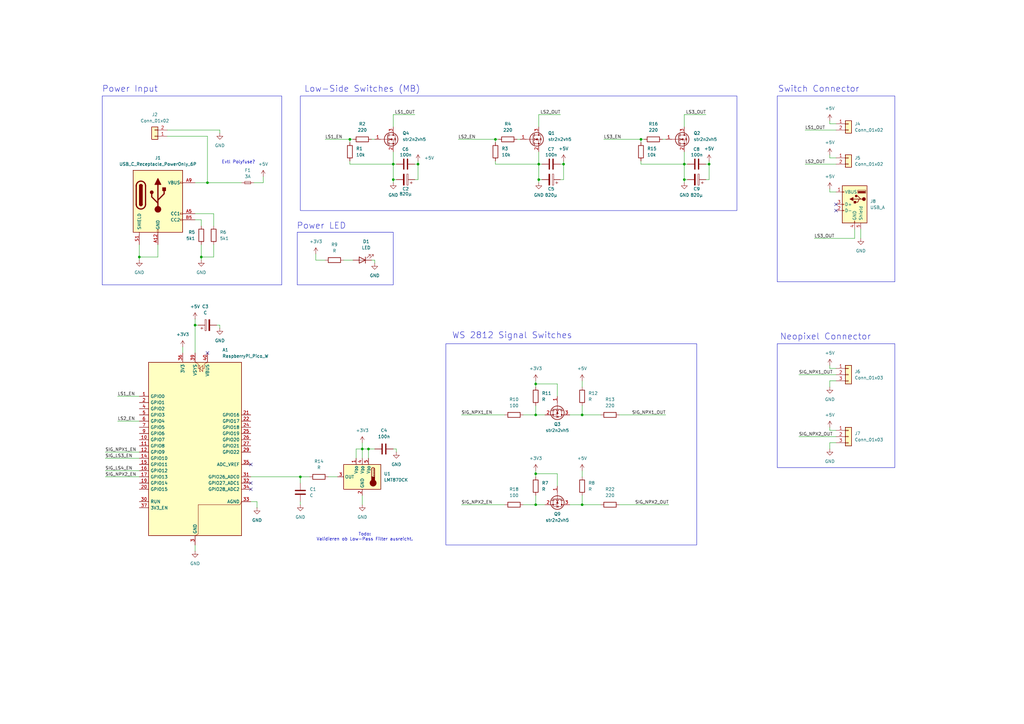
<source format=kicad_sch>
(kicad_sch (version 20250114) (generator "eeschema") (generator_version "9.0")
  (paper "A3")
  (lib_symbols
    (symbol "Connector:USB_A" (pin_names (offset 1.016))
      (property "Reference" "J" (at -5.08 11.43 0))
      (property "Value" "USB_A" (at -5.08 8.89 0))
      (symbol "USB_A_0_1"
        (rectangle (start -5.08 -7.62) (end 5.08 7.62) (stroke (width 0.254)) (fill (type background)))
        (circle (center -3.81 2.159) (radius 0.635) (stroke (width 0.254)) (fill (type outline)))
        (polyline (pts (xy -3.175 2.159) (xy -2.54 2.159) (xy -1.27 3.429) (xy -0.635 3.429)) (stroke (width 0.254)))
        (polyline (pts (xy -2.54 2.159) (xy -1.905 2.159) (xy -1.27 0.889) (xy 0 0.889)) (stroke (width 0.254)))
        (rectangle (start -1.524 4.826) (end -4.318 5.334) (fill (type outline)))
        (rectangle (start -1.27 4.572) (end -4.572 5.842))
        (circle (center -0.635 3.429) (radius 0.381) (stroke (width 0.254)) (fill (type outline)))
        (rectangle (start -0.127 -7.62) (end 0.127 -6.858))
        (rectangle (start 0.254 1.27) (end -0.508 0.508) (stroke (width 0.254)) (fill (type outline)))
        (polyline (pts (xy 0.635 2.794) (xy 0.635 1.524) (xy 1.905 2.159) (xy 0.635 2.794)) (stroke (width 0.254)) (fill (type outline)))
        (rectangle (start 5.08 4.953) (end 4.318 5.207))
        (rectangle (start 5.08 -0.127) (end 4.318 0.127))
        (rectangle (start 5.08 -2.667) (end 4.318 -2.413))
      )
      (symbol "USB_A_1_1"
        (polyline (pts (xy -1.905 2.159) (xy 0.635 2.159)) (stroke (width 0.254)))
        (pin passive line (at -2.54 -10.16 90) (length 2.54) (name "Shield") (number "5"))
        (pin power_in line (at 0 -10.16 90) (length 2.54) (name "GND") (number "4"))
        (pin power_in line (at 7.62 5.08 180) (length 2.54) (name "VBUS") (number "1"))
        (pin bidirectional line (at 7.62 0 180) (length 2.54) (name "D+") (number "3"))
        (pin bidirectional line (at 7.62 -2.54 180) (length 2.54) (name "D-") (number "2"))
      )
    )
    (symbol "Connector:USB_C_Receptacle_PowerOnly_6P" (pin_names (offset 1.016))
      (property "Reference" "J" (at 0 16.51 0))
      (property "Value" "USB_C_Receptacle_PowerOnly_6P" (at 0 13.97 0))
      (symbol "USB_C_Receptacle_PowerOnly_6P_0_0"
        (rectangle (start -0.254 -12.7) (end 0.254 -11.684))
        (rectangle (start 10.16 7.874) (end 9.144 7.366))
        (rectangle (start 10.16 -4.826) (end 9.144 -5.334))
        (rectangle (start 10.16 -7.366) (end 9.144 -7.874))
      )
      (symbol "USB_C_Receptacle_PowerOnly_6P_0_1"
        (rectangle (start -10.16 12.7) (end 10.16 -12.7) (stroke (width 0.254)) (fill (type background)))
        (polyline (pts (xy -8.89 -1.27) (xy -8.89 6.35)) (stroke (width 0.508)))
        (rectangle (start -7.62 -1.27) (end -6.35 6.35) (stroke (width 0.254)) (fill (type outline)))
        (arc (start -7.62 6.35) (mid -6.985 6.9823) (end -6.35 6.35) (stroke (width 0.254)))
        (arc (start -7.62 6.35) (mid -6.985 6.9823) (end -6.35 6.35) (stroke (width 0.254)) (fill (type outline)))
        (arc (start -8.89 6.35) (mid -6.985 8.2467) (end -5.08 6.35) (stroke (width 0.508)))
        (arc (start -5.08 -1.27) (mid -6.985 -3.1667) (end -8.89 -1.27) (stroke (width 0.508)))
        (arc (start -6.35 -1.27) (mid -6.985 -1.9023) (end -7.62 -1.27) (stroke (width 0.254)))
        (arc (start -6.35 -1.27) (mid -6.985 -1.9023) (end -7.62 -1.27) (stroke (width 0.254)) (fill (type outline)))
        (polyline (pts (xy -5.08 6.35) (xy -5.08 -1.27)) (stroke (width 0.508)))
        (circle (center -2.54 3.683) (radius 0.635) (stroke (width 0.254)) (fill (type outline)))
        (polyline (pts (xy -1.27 6.858) (xy 0 9.398) (xy 1.27 6.858) (xy -1.27 6.858)) (stroke (width 0.254)) (fill (type outline)))
        (polyline (pts (xy 0 0.508) (xy 2.54 3.048) (xy 2.54 4.318)) (stroke (width 0.508)))
        (polyline (pts (xy 0 -0.762) (xy -2.54 1.778) (xy -2.54 3.048)) (stroke (width 0.508)))
        (polyline (pts (xy 0 -3.302) (xy 0 6.858)) (stroke (width 0.508)))
        (circle (center 0 -3.302) (radius 1.27) (fill (type outline)))
        (rectangle (start 1.905 4.318) (end 3.175 5.588) (stroke (width 0.254)) (fill (type outline)))
      )
      (symbol "USB_C_Receptacle_PowerOnly_6P_1_1"
        (pin passive line (at -7.62 -17.78 90) (length 5.08) (name "SHIELD") (number "S1"))
        (pin passive line (at 0 -17.78 90) (length 5.08) (name "GND") (number "A12"))
        (pin passive line (at 0 -17.78 90) (length 5.08) (hide yes) (name "GND") (number "B12"))
        (pin passive line (at 15.24 7.62 180) (length 5.08) (name "VBUS") (number "A9"))
        (pin passive line (at 15.24 7.62 180) (length 5.08) (hide yes) (name "VBUS") (number "B9"))
        (pin bidirectional line (at 15.24 -5.08 180) (length 5.08) (name "CC1") (number "A5"))
        (pin bidirectional line (at 15.24 -7.62 180) (length 5.08) (name "CC2") (number "B5"))
      )
    )
    (symbol "Connector_Generic:Conn_01x02" (pin_names (offset 1.016) (hide yes))
      (property "Reference" "J" (at 0 2.54 0))
      (property "Value" "Conn_01x02" (at 0 -5.08 0))
      (symbol "Conn_01x02_1_1"
        (rectangle (start -1.27 1.27) (end 1.27 -3.81) (stroke (width 0.254)) (fill (type background)))
        (rectangle (start -1.27 0.127) (end 0 -0.127) (stroke (width 0.1524)))
        (rectangle (start -1.27 -2.413) (end 0 -2.667) (stroke (width 0.1524)))
        (pin passive line (at -5.08 0 0) (length 3.81) (name "Pin_1") (number "1"))
        (pin passive line (at -5.08 -2.54 0) (length 3.81) (name "Pin_2") (number "2"))
      )
    )
    (symbol "Connector_Generic:Conn_01x03" (pin_names (offset 1.016) (hide yes))
      (property "Reference" "J" (at 0 5.08 0))
      (property "Value" "Conn_01x03" (at 0 -5.08 0))
      (symbol "Conn_01x03_1_1"
        (rectangle (start -1.27 3.81) (end 1.27 -3.81) (stroke (width 0.254)) (fill (type background)))
        (rectangle (start -1.27 2.667) (end 0 2.413) (stroke (width 0.1524)))
        (rectangle (start -1.27 0.127) (end 0 -0.127) (stroke (width 0.1524)))
        (rectangle (start -1.27 -2.413) (end 0 -2.667) (stroke (width 0.1524)))
        (pin passive line (at -5.08 2.54 0) (length 3.81) (name "Pin_1") (number "1"))
        (pin passive line (at -5.08 0 0) (length 3.81) (name "Pin_2") (number "2"))
        (pin passive line (at -5.08 -2.54 0) (length 3.81) (name "Pin_3") (number "3"))
      )
    )
    (symbol "Device:C" (pin_numbers (hide yes)) (pin_names (offset 0.254))
      (property "Reference" "C" (at 0.635 2.54 0))
      (property "Value" "C" (at 0.635 -2.54 0))
      (symbol "C_0_1"
        (polyline (pts (xy -2.032 0.762) (xy 2.032 0.762)) (stroke (width 0.508)))
        (polyline (pts (xy -2.032 -0.762) (xy 2.032 -0.762)) (stroke (width 0.508)))
      )
      (symbol "C_1_1"
        (pin passive line (at 0 3.81 270) (length 2.794) (name "~") (number "1"))
        (pin passive line (at 0 -3.81 90) (length 2.794) (name "~") (number "2"))
      )
    )
    (symbol "Device:C_Polarized" (pin_numbers (hide yes)) (pin_names (offset 0.254))
      (property "Reference" "C" (at 0.635 2.54 0))
      (property "Value" "C_Polarized" (at 0.635 -2.54 0))
      (symbol "C_Polarized_0_1"
        (rectangle (start -2.286 0.508) (end 2.286 1.016))
        (polyline (pts (xy -1.778 2.286) (xy -0.762 2.286)))
        (polyline (pts (xy -1.27 2.794) (xy -1.27 1.778)))
        (rectangle (start 2.286 -0.508) (end -2.286 -1.016) (fill (type outline)))
      )
      (symbol "C_Polarized_1_1"
        (pin passive line (at 0 3.81 270) (length 2.794) (name "~") (number "1"))
        (pin passive line (at 0 -3.81 90) (length 2.794) (name "~") (number "2"))
      )
    )
    (symbol "Device:Fuse_Small" (pin_numbers (hide yes)) (pin_names (offset 0.254) (hide yes))
      (property "Reference" "F" (at 0 -1.524 0))
      (property "Value" "Fuse_Small" (at 0 1.524 0))
      (symbol "Fuse_Small_0_1"
        (rectangle (start -1.27 0.508) (end 1.27 -0.508))
        (polyline (pts (xy -1.27 0) (xy 1.27 0)))
      )
      (symbol "Fuse_Small_1_1"
        (pin passive line (at -2.54 0 0) (length 1.27) (name "~") (number "1"))
        (pin passive line (at 2.54 0 180) (length 1.27) (name "~") (number "2"))
      )
    )
    (symbol "Device:LED" (pin_numbers (hide yes)) (pin_names (offset 1.016) (hide yes))
      (property "Reference" "D" (at 0 2.54 0))
      (property "Value" "LED" (at 0 -2.54 0))
      (symbol "LED_0_1"
        (polyline (pts (xy -3.048 -0.762) (xy -4.572 -2.286) (xy -3.81 -2.286) (xy -4.572 -2.286) (xy -4.572 -1.524)))
        (polyline (pts (xy -1.778 -0.762) (xy -3.302 -2.286) (xy -2.54 -2.286) (xy -3.302 -2.286) (xy -3.302 -1.524)))
        (polyline (pts (xy -1.27 0) (xy 1.27 0)))
        (polyline (pts (xy -1.27 -1.27) (xy -1.27 1.27)) (stroke (width 0.254)))
        (polyline (pts (xy 1.27 -1.27) (xy 1.27 1.27) (xy -1.27 0) (xy 1.27 -1.27)) (stroke (width 0.254)))
      )
      (symbol "LED_1_1"
        (pin passive line (at -3.81 0 0) (length 2.54) (name "K") (number "1"))
        (pin passive line (at 3.81 0 180) (length 2.54) (name "A") (number "2"))
      )
    )
    (symbol "Device:R" (pin_numbers (hide yes)) (pin_names (offset 0))
      (property "Reference" "R" (at 2.032 0 90))
      (property "Value" "R" (at 0 0 90))
      (symbol "R_0_1"
        (rectangle (start -1.016 -2.54) (end 1.016 2.54) (stroke (width 0.254)))
      )
      (symbol "R_1_1"
        (pin passive line (at 0 3.81 270) (length 1.27) (name "~") (number "1"))
        (pin passive line (at 0 -3.81 90) (length 1.27) (name "~") (number "2"))
      )
    )
    (symbol "MCU_Module_RaspberryPi_Pico:RaspberryPi_Pico_W" (pin_names (offset 0.762))
      (property "Reference" "A" (at -19.05 38.1 0))
      (property "Value" "RaspberryPi_Pico_W" (at 7.62 38.1 0))
      (symbol "RaspberryPi_Pico_W_0_1"
        (rectangle (start -19.05 36.83) (end 19.05 -34.29) (stroke (width 0.254)) (fill (type background)))
        (polyline (pts (xy 0 36.83) (xy 1.27 36.195) (xy 1.27 34.29) (xy 1.905 34.29)))
        (polyline (pts (xy 0 -34.29) (xy 1.27 -33.655) (xy 1.27 -21.59) (xy 18.415 -21.59) (xy 19.05 -20.32)))
        (polyline (pts (xy 1.651 35.306) (xy 1.651 35.56) (xy 1.905 35.56) (xy 1.905 33.02) (xy 2.159 33.02) (xy 2.159 33.274)))
        (polyline (pts (xy 1.905 34.29) (xy 3.175 35.56) (xy 3.175 33.02) (xy 1.905 34.29)))
        (polyline (pts (xy 5.08 36.83) (xy 3.81 36.195) (xy 3.81 34.29) (xy 3.175 34.29)))
      )
      (symbol "RaspberryPi_Pico_W_1_1"
        (pin bidirectional line (at -22.86 22.86 0) (length 3.81) (name "GPIO0") (number "1"))
        (pin bidirectional line (at -22.86 20.32 0) (length 3.81) (name "GPIO1") (number "2"))
        (pin bidirectional line (at -22.86 17.78 0) (length 3.81) (name "GPIO2") (number "4"))
        (pin bidirectional line (at -22.86 15.24 0) (length 3.81) (name "GPIO3") (number "5"))
        (pin bidirectional line (at -22.86 12.7 0) (length 3.81) (name "GPIO4") (number "6"))
        (pin bidirectional line (at -22.86 10.16 0) (length 3.81) (name "GPIO5") (number "7"))
        (pin bidirectional line (at -22.86 7.62 0) (length 3.81) (name "GPIO6") (number "9"))
        (pin bidirectional line (at -22.86 5.08 0) (length 3.81) (name "GPIO7") (number "10"))
        (pin bidirectional line (at -22.86 2.54 0) (length 3.81) (name "GPIO8") (number "11"))
        (pin bidirectional line (at -22.86 0 0) (length 3.81) (name "GPIO9") (number "12"))
        (pin bidirectional line (at -22.86 -2.54 0) (length 3.81) (name "GPIO10") (number "14"))
        (pin bidirectional line (at -22.86 -5.08 0) (length 3.81) (name "GPIO11") (number "15"))
        (pin bidirectional line (at -22.86 -7.62 0) (length 3.81) (name "GPIO12") (number "16"))
        (pin bidirectional line (at -22.86 -10.16 0) (length 3.81) (name "GPIO13") (number "17"))
        (pin bidirectional line (at -22.86 -12.7 0) (length 3.81) (name "GPIO14") (number "19"))
        (pin bidirectional line (at -22.86 -15.24 0) (length 3.81) (name "GPIO15") (number "20"))
        (pin input line (at -22.86 -20.32 0) (length 3.81) (name "RUN") (number "30"))
        (pin input line (at -22.86 -22.86 0) (length 3.81) (name "3V3_EN") (number "37"))
        (pin power_out line (at -5.08 40.64 270) (length 3.81) (name "3V3") (number "36"))
        (pin power_in line (at 0 40.64 270) (length 3.81) (name "VSYS") (number "39"))
        (pin passive line (at 0 -38.1 90) (length 3.81) (hide yes) (name "GND") (number "13"))
        (pin passive line (at 0 -38.1 90) (length 3.81) (hide yes) (name "GND") (number "18"))
        (pin passive line (at 0 -38.1 90) (length 3.81) (hide yes) (name "GND") (number "23"))
        (pin passive line (at 0 -38.1 90) (length 3.81) (hide yes) (name "GND") (number "28"))
        (pin power_out line (at 0 -38.1 90) (length 3.81) (name "GND") (number "3"))
        (pin passive line (at 0 -38.1 90) (length 3.81) (hide yes) (name "GND") (number "38"))
        (pin passive line (at 0 -38.1 90) (length 3.81) (hide yes) (name "GND") (number "8"))
        (pin power_out line (at 5.08 40.64 270) (length 3.81) (name "VBUS") (number "40"))
        (pin bidirectional line (at 22.86 15.24 180) (length 3.81) (name "GPIO16") (number "21"))
        (pin bidirectional line (at 22.86 12.7 180) (length 3.81) (name "GPIO17") (number "22"))
        (pin bidirectional line (at 22.86 10.16 180) (length 3.81) (name "GPIO18") (number "24"))
        (pin bidirectional line (at 22.86 7.62 180) (length 3.81) (name "GPIO19") (number "25"))
        (pin bidirectional line (at 22.86 5.08 180) (length 3.81) (name "GPIO20") (number "26"))
        (pin bidirectional line (at 22.86 2.54 180) (length 3.81) (name "GPIO21") (number "27"))
        (pin bidirectional line (at 22.86 0 180) (length 3.81) (name "GPIO22") (number "29"))
        (pin power_in line (at 22.86 -5.08 180) (length 3.81) (name "ADC_VREF") (number "35"))
        (pin bidirectional line (at 22.86 -10.16 180) (length 3.81) (name "GPIO26_ADC0") (number "31"))
        (pin bidirectional line (at 22.86 -12.7 180) (length 3.81) (name "GPIO27_ADC1") (number "32"))
        (pin bidirectional line (at 22.86 -15.24 180) (length 3.81) (name "GPIO28_ADC2") (number "34"))
        (pin power_out line (at 22.86 -20.32 180) (length 3.81) (name "AGND") (number "33"))
      )
    )
    (symbol "Sensor_Temperature:LMT87DCK"
      (property "Reference" "U" (at -6.35 6.35 0))
      (property "Value" "LMT87DCK" (at 5.08 6.35 0))
      (symbol "LMT87DCK_0_1"
        (rectangle (start -7.62 5.08) (end 7.62 -5.08) (stroke (width 0.254)) (fill (type background)))
        (polyline (pts (xy -5.08 3.175) (xy -5.08 0)) (stroke (width 0.254)))
        (polyline (pts (xy -5.08 3.175) (xy -4.445 3.175)) (stroke (width 0.254)))
        (polyline (pts (xy -5.08 2.54) (xy -4.445 2.54)) (stroke (width 0.254)))
        (polyline (pts (xy -5.08 1.905) (xy -4.445 1.905)) (stroke (width 0.254)))
        (polyline (pts (xy -5.08 1.27) (xy -4.445 1.27)) (stroke (width 0.254)))
        (polyline (pts (xy -5.08 0.635) (xy -4.445 0.635)) (stroke (width 0.254)))
        (arc (start -5.08 3.175) (mid -4.445 3.8073) (end -3.81 3.175) (stroke (width 0.254)))
        (circle (center -4.445 -2.54) (radius 1.27) (stroke (width 0.254)) (fill (type outline)))
        (polyline (pts (xy -3.81 3.175) (xy -3.81 0)) (stroke (width 0.254)))
        (rectangle (start -3.81 -1.905) (end -5.08 0) (stroke (width 0.254)) (fill (type outline)))
      )
      (symbol "LMT87DCK_1_1"
        (pin power_in line (at -2.54 7.62 270) (length 2.54) (name "V_{DD}") (number "5"))
        (pin power_in line (at 0 7.62 270) (length 2.54) (name "V_{DD}") (number "4"))
        (pin power_in line (at 0 -7.62 90) (length 2.54) (name "GND") (number "2"))
        (pin power_in line (at 2.54 7.62 270) (length 2.54) (name "V_{DD}") (number "1"))
        (pin output line (at 10.16 0 180) (length 2.54) (name "OUT") (number "3"))
      )
    )
    (symbol "Transistor_FET:Q_NMOS_GSD" (pin_names (offset 0) (hide yes))
      (property "Reference" "Q" (at 5.08 1.905 0))
      (property "Value" "Q_NMOS_GSD" (at 5.08 0 0))
      (symbol "Q_NMOS_GSD_0_1"
        (polyline (pts (xy 0.254 1.905) (xy 0.254 -1.905)) (stroke (width 0.254)))
        (polyline (pts (xy 0.254 0) (xy -2.54 0)))
        (polyline (pts (xy 0.762 2.286) (xy 0.762 1.27)) (stroke (width 0.254)))
        (polyline (pts (xy 0.762 0.508) (xy 0.762 -0.508)) (stroke (width 0.254)))
        (polyline (pts (xy 0.762 -1.27) (xy 0.762 -2.286)) (stroke (width 0.254)))
        (polyline (pts (xy 0.762 -1.778) (xy 3.302 -1.778) (xy 3.302 1.778) (xy 0.762 1.778)))
        (polyline (pts (xy 1.016 0) (xy 2.032 0.381) (xy 2.032 -0.381) (xy 1.016 0)) (fill (type outline)))
        (circle (center 1.651 0) (radius 2.794) (stroke (width 0.254)))
        (polyline (pts (xy 2.54 2.54) (xy 2.54 1.778)))
        (circle (center 2.54 1.778) (radius 0.254) (fill (type outline)))
        (circle (center 2.54 -1.778) (radius 0.254) (fill (type outline)))
        (polyline (pts (xy 2.54 -2.54) (xy 2.54 0) (xy 0.762 0)))
        (polyline (pts (xy 2.921 0.381) (xy 3.683 0.381)))
        (polyline (pts (xy 3.302 0.381) (xy 2.921 -0.254) (xy 3.683 -0.254) (xy 3.302 0.381)))
      )
      (symbol "Q_NMOS_GSD_1_1"
        (pin input line (at -5.08 0 0) (length 2.54) (name "G") (number "1"))
        (pin passive line (at 2.54 5.08 270) (length 2.54) (name "D") (number "3"))
        (pin passive line (at 2.54 -5.08 90) (length 2.54) (name "S") (number "2"))
      )
    )
    (symbol "power:+3V3" (power) (pin_numbers (hide yes)) (pin_names (offset 0) (hide yes))
      (property "Value" "+3V3" (at 0 3.556 0))
      (symbol "+3V3_0_1"
        (polyline (pts (xy -0.762 1.27) (xy 0 2.54)))
        (polyline (pts (xy 0 2.54) (xy 0.762 1.27)))
        (polyline (pts (xy 0 0) (xy 0 2.54)))
      )
      (symbol "+3V3_1_1"
        (pin power_in line (at 0 0 90) (length 0) (name "~") (number "1"))
      )
    )
    (symbol "power:+5V" (power) (pin_numbers (hide yes)) (pin_names (offset 0) (hide yes))
      (property "Value" "+5V" (at 0 3.556 0))
      (symbol "+5V_0_1"
        (polyline (pts (xy -0.762 1.27) (xy 0 2.54)))
        (polyline (pts (xy 0 2.54) (xy 0.762 1.27)))
        (polyline (pts (xy 0 0) (xy 0 2.54)))
      )
      (symbol "+5V_1_1"
        (pin power_in line (at 0 0 90) (length 0) (name "~") (number "1"))
      )
    )
    (symbol "power:GND" (power) (pin_numbers (hide yes)) (pin_names (offset 0) (hide yes))
      (property "Value" "GND" (at 0 -3.81 0))
      (symbol "GND_0_1"
        (polyline (pts (xy 0 0) (xy 0 -1.27) (xy 1.27 -1.27) (xy 0 -2.54) (xy -1.27 -1.27) (xy 0 -1.27)))
      )
      (symbol "GND_1_1"
        (pin power_in line (at 0 0 270) (length 0) (name "~") (number "1"))
      )
    )
  )
  (rectangle (start 121.92 95.25) (end 161.29 116.84))
  (rectangle (start 318.77 140.97) (end 367.03 191.77))
  (rectangle (start 182.88 140.97) (end 285.75 223.52))
  (rectangle (start 318.77 39.37) (end 367.03 115.57))
  (rectangle (start 123.19 39.37) (end 302.26 86.36))
  (rectangle (start 41.91 39.37) (end 115.57 116.84))
  (text "Switch Connector" (at 335.788 36.576 0) (effects (font (size 2.54 2.54))))
  (text "Low-Side Switches (MB)" (at 148.59 36.576 0) (effects (font (size 2.54 2.54))))
  (text "Power LED" (at 131.826 92.71 0) (effects (font (size 2.54 2.54))))
  (text "Neopixel Connector" (at 338.582 138.176 0) (effects (font (size 2.54 2.54))))
  (text "Todo:\nValidieren ob Low-Pass Filter ausreicht." (at 149.606 220.218 0) (effects (font (size 1.27 1.27))))
  (text "WS 2812 Signal Switches" (at 210.058 137.668 0) (effects (font (size 2.54 2.54))))
  (text "Evtl Polyfuse?" (at 97.79 66.548 0) (effects (font (size 1.27 1.27))))
  (text "Power Input" (at 53.34 36.576 0) (effects (font (size 2.54 2.54))))
  (junction (at 219.71 194.31))
  (junction (at 280.67 73.66))
  (junction (at 80.01 133.35))
  (junction (at 280.67 67.31))
  (junction (at 151.13 184.15))
  (junction (at 171.45 67.31))
  (junction (at 238.76 170.18))
  (junction (at 148.59 184.15))
  (junction (at 85.09 74.93))
  (junction (at 203.2 57.15))
  (junction (at 219.71 207.01))
  (junction (at 231.14 67.31))
  (junction (at 262.89 57.15))
  (junction (at 161.29 67.31))
  (junction (at 219.71 157.48))
  (junction (at 238.76 207.01))
  (junction (at 220.98 67.31))
  (junction (at 143.51 57.15))
  (junction (at 123.19 195.58))
  (junction (at 219.71 170.18))
  (junction (at 161.29 73.66))
  (junction (at 82.55 105.41))
  (junction (at 290.83 67.31))
  (junction (at 220.98 73.66))
  (junction (at 57.15 105.41))
  (no_connect (at 342.9 83.82))
  (no_connect (at 342.9 86.36))
  (no_connect (at 85.09 144.78))
  (no_connect (at 102.87 190.5))
  (no_connect (at 102.87 200.66))
  (no_connect (at 102.87 198.12))
  (wire (pts (xy 43.18 195.58) (xy 57.15 195.58)))
  (wire (pts (xy 104.14 74.93) (xy 107.95 74.93)))
  (wire (pts (xy 148.59 203.2) (xy 148.59 207.01)))
  (wire (pts (xy 229.87 67.31) (xy 231.14 67.31)))
  (wire (pts (xy 340.36 176.53) (xy 342.9 176.53)))
  (wire (pts (xy 170.18 73.66) (xy 171.45 73.66)))
  (wire (pts (xy 228.6 162.56) (xy 228.6 157.48)))
  (wire (pts (xy 340.36 78.74) (xy 342.9 78.74)))
  (wire (pts (xy 228.6 157.48) (xy 219.71 157.48)))
  (wire (pts (xy 80.01 133.35) (xy 80.01 144.78)))
  (wire (pts (xy 203.2 57.15) (xy 203.2 58.42)))
  (wire (pts (xy 143.51 57.15) (xy 143.51 58.42)))
  (wire (pts (xy 161.29 73.66) (xy 161.29 74.93)))
  (wire (pts (xy 43.18 187.96) (xy 57.15 187.96)))
  (wire (pts (xy 290.83 66.04) (xy 290.83 67.31)))
  (wire (pts (xy 289.56 46.99) (xy 280.67 46.99)))
  (wire (pts (xy 340.36 156.21) (xy 340.36 158.75)))
  (wire (pts (xy 189.23 207.01) (xy 207.01 207.01)))
  (wire (pts (xy 129.54 104.14) (xy 129.54 106.68)))
  (wire (pts (xy 280.67 46.99) (xy 280.67 52.07)))
  (wire (pts (xy 146.05 184.15) (xy 146.05 187.96)))
  (wire (pts (xy 43.18 185.42) (xy 57.15 185.42)))
  (wire (pts (xy 80.01 226.06) (xy 80.01 223.52)))
  (wire (pts (xy 43.18 193.04) (xy 57.15 193.04)))
  (wire (pts (xy 334.01 97.79) (xy 350.52 97.79)))
  (wire (pts (xy 87.63 92.71) (xy 87.63 87.63)))
  (wire (pts (xy 57.15 106.68) (xy 57.15 105.41)))
  (wire (pts (xy 231.14 66.04) (xy 231.14 67.31)))
  (wire (pts (xy 220.98 62.23) (xy 220.98 67.31)))
  (wire (pts (xy 340.36 181.61) (xy 342.9 181.61)))
  (wire (pts (xy 238.76 207.01) (xy 246.38 207.01)))
  (wire (pts (xy 219.71 194.31) (xy 219.71 195.58)))
  (wire (pts (xy 161.29 62.23) (xy 161.29 67.31)))
  (wire (pts (xy 340.36 50.8) (xy 342.9 50.8)))
  (wire (pts (xy 123.19 195.58) (xy 123.19 198.12)))
  (wire (pts (xy 231.14 67.31) (xy 231.14 73.66)))
  (wire (pts (xy 102.87 205.74) (xy 105.41 205.74)))
  (wire (pts (xy 280.67 67.31) (xy 281.94 67.31)))
  (wire (pts (xy 152.4 57.15) (xy 153.67 57.15)))
  (wire (pts (xy 105.41 205.74) (xy 105.41 208.28)))
  (wire (pts (xy 330.2 67.31) (xy 342.9 67.31)))
  (wire (pts (xy 340.36 149.86) (xy 340.36 151.13)))
  (wire (pts (xy 220.98 46.99) (xy 220.98 52.07)))
  (wire (pts (xy 90.17 133.35) (xy 90.17 134.62)))
  (wire (pts (xy 48.26 162.56) (xy 57.15 162.56)))
  (wire (pts (xy 219.71 193.04) (xy 219.71 194.31)))
  (wire (pts (xy 90.17 53.34) (xy 90.17 54.61)))
  (wire (pts (xy 57.15 105.41) (xy 57.15 100.33)))
  (wire (pts (xy 161.29 73.66) (xy 162.56 73.66)))
  (wire (pts (xy 340.36 77.47) (xy 340.36 78.74)))
  (wire (pts (xy 203.2 57.15) (xy 204.47 57.15)))
  (wire (pts (xy 87.63 87.63) (xy 80.01 87.63)))
  (wire (pts (xy 220.98 67.31) (xy 220.98 73.66)))
  (wire (pts (xy 143.51 66.04) (xy 143.51 67.31)))
  (wire (pts (xy 189.23 170.18) (xy 207.01 170.18)))
  (wire (pts (xy 64.77 100.33) (xy 64.77 105.41)))
  (wire (pts (xy 162.56 185.42) (xy 162.56 184.15)))
  (wire (pts (xy 340.36 156.21) (xy 342.9 156.21)))
  (wire (pts (xy 143.51 67.31) (xy 161.29 67.31)))
  (wire (pts (xy 203.2 67.31) (xy 203.2 66.04)))
  (wire (pts (xy 229.87 46.99) (xy 220.98 46.99)))
  (wire (pts (xy 238.76 203.2) (xy 238.76 207.01)))
  (wire (pts (xy 214.63 170.18) (xy 219.71 170.18)))
  (wire (pts (xy 171.45 67.31) (xy 171.45 66.04)))
  (wire (pts (xy 148.59 184.15) (xy 148.59 187.96)))
  (wire (pts (xy 219.71 166.37) (xy 219.71 170.18)))
  (wire (pts (xy 340.36 64.77) (xy 342.9 64.77)))
  (wire (pts (xy 148.59 181.61) (xy 148.59 184.15)))
  (wire (pts (xy 68.58 55.88) (xy 85.09 55.88)))
  (wire (pts (xy 254 207.01) (xy 274.32 207.01)))
  (wire (pts (xy 161.29 46.99) (xy 161.29 52.07)))
  (wire (pts (xy 82.55 100.33) (xy 82.55 105.41)))
  (wire (pts (xy 148.59 184.15) (xy 151.13 184.15)))
  (wire (pts (xy 140.97 106.68) (xy 144.78 106.68)))
  (wire (pts (xy 262.89 57.15) (xy 262.89 58.42)))
  (wire (pts (xy 327.66 153.67) (xy 342.9 153.67)))
  (wire (pts (xy 102.87 195.58) (xy 123.19 195.58)))
  (wire (pts (xy 231.14 73.66) (xy 229.87 73.66)))
  (wire (pts (xy 212.09 57.15) (xy 213.36 57.15)))
  (wire (pts (xy 219.71 170.18) (xy 223.52 170.18)))
  (wire (pts (xy 151.13 184.15) (xy 153.67 184.15)))
  (wire (pts (xy 68.58 53.34) (xy 90.17 53.34)))
  (wire (pts (xy 254 170.18) (xy 273.05 170.18)))
  (wire (pts (xy 271.78 57.15) (xy 273.05 57.15)))
  (wire (pts (xy 219.71 156.21) (xy 219.71 157.48)))
  (wire (pts (xy 127 195.58) (xy 123.19 195.58)))
  (wire (pts (xy 340.36 49.53) (xy 340.36 50.8)))
  (wire (pts (xy 262.89 67.31) (xy 262.89 66.04)))
  (wire (pts (xy 228.6 194.31) (xy 219.71 194.31)))
  (wire (pts (xy 48.26 172.72) (xy 57.15 172.72)))
  (wire (pts (xy 280.67 73.66) (xy 280.67 74.93)))
  (wire (pts (xy 187.96 57.15) (xy 203.2 57.15)))
  (wire (pts (xy 340.36 175.26) (xy 340.36 176.53)))
  (wire (pts (xy 152.4 106.68) (xy 153.67 106.68)))
  (wire (pts (xy 233.68 207.01) (xy 238.76 207.01)))
  (wire (pts (xy 219.71 203.2) (xy 219.71 207.01)))
  (wire (pts (xy 220.98 73.66) (xy 220.98 74.93)))
  (wire (pts (xy 280.67 62.23) (xy 280.67 67.31)))
  (wire (pts (xy 290.83 67.31) (xy 290.83 73.66)))
  (wire (pts (xy 153.67 106.68) (xy 153.67 107.95)))
  (wire (pts (xy 238.76 166.37) (xy 238.76 170.18)))
  (wire (pts (xy 327.66 179.07) (xy 342.9 179.07)))
  (wire (pts (xy 203.2 67.31) (xy 220.98 67.31)))
  (wire (pts (xy 170.18 46.99) (xy 161.29 46.99)))
  (wire (pts (xy 146.05 184.15) (xy 148.59 184.15)))
  (wire (pts (xy 340.36 181.61) (xy 340.36 184.15)))
  (wire (pts (xy 247.65 57.15) (xy 262.89 57.15)))
  (wire (pts (xy 290.83 73.66) (xy 289.56 73.66)))
  (wire (pts (xy 81.28 133.35) (xy 80.01 133.35)))
  (wire (pts (xy 170.18 67.31) (xy 171.45 67.31)))
  (wire (pts (xy 350.52 93.98) (xy 350.52 97.79)))
  (wire (pts (xy 107.95 74.93) (xy 107.95 72.39)))
  (wire (pts (xy 219.71 157.48) (xy 219.71 158.75)))
  (wire (pts (xy 262.89 67.31) (xy 280.67 67.31)))
  (wire (pts (xy 162.56 184.15) (xy 161.29 184.15)))
  (wire (pts (xy 143.51 57.15) (xy 144.78 57.15)))
  (wire (pts (xy 280.67 73.66) (xy 281.94 73.66)))
  (wire (pts (xy 280.67 67.31) (xy 280.67 73.66)))
  (wire (pts (xy 289.56 67.31) (xy 290.83 67.31)))
  (wire (pts (xy 80.01 130.81) (xy 80.01 133.35)))
  (wire (pts (xy 129.54 106.68) (xy 133.35 106.68)))
  (wire (pts (xy 238.76 170.18) (xy 246.38 170.18)))
  (wire (pts (xy 161.29 67.31) (xy 162.56 67.31)))
  (wire (pts (xy 80.01 74.93) (xy 85.09 74.93)))
  (wire (pts (xy 340.36 151.13) (xy 342.9 151.13)))
  (wire (pts (xy 134.62 195.58) (xy 138.43 195.58)))
  (wire (pts (xy 85.09 55.88) (xy 85.09 74.93)))
  (wire (pts (xy 151.13 187.96) (xy 151.13 184.15)))
  (wire (pts (xy 238.76 156.21) (xy 238.76 158.75)))
  (wire (pts (xy 262.89 57.15) (xy 264.16 57.15)))
  (wire (pts (xy 82.55 105.41) (xy 87.63 105.41)))
  (wire (pts (xy 171.45 73.66) (xy 171.45 67.31)))
  (wire (pts (xy 161.29 67.31) (xy 161.29 73.66)))
  (wire (pts (xy 88.9 133.35) (xy 90.17 133.35)))
  (wire (pts (xy 340.36 63.5) (xy 340.36 64.77)))
  (wire (pts (xy 57.15 105.41) (xy 64.77 105.41)))
  (wire (pts (xy 330.2 53.34) (xy 342.9 53.34)))
  (wire (pts (xy 353.06 93.98) (xy 353.06 97.79)))
  (wire (pts (xy 85.09 74.93) (xy 99.06 74.93)))
  (wire (pts (xy 80.01 90.17) (xy 82.55 90.17)))
  (wire (pts (xy 87.63 105.41) (xy 87.63 100.33)))
  (wire (pts (xy 82.55 90.17) (xy 82.55 92.71)))
  (wire (pts (xy 233.68 170.18) (xy 238.76 170.18)))
  (wire (pts (xy 238.76 193.04) (xy 238.76 195.58)))
  (wire (pts (xy 219.71 207.01) (xy 223.52 207.01)))
  (wire (pts (xy 74.93 142.24) (xy 74.93 144.78)))
  (wire (pts (xy 82.55 105.41) (xy 82.55 106.68)))
  (wire (pts (xy 220.98 73.66) (xy 222.25 73.66)))
  (wire (pts (xy 228.6 199.39) (xy 228.6 194.31)))
  (wire (pts (xy 214.63 207.01) (xy 219.71 207.01)))
  (wire (pts (xy 123.19 205.74) (xy 123.19 207.01)))
  (wire (pts (xy 133.35 57.15) (xy 143.51 57.15)))
  (wire (pts (xy 220.98 67.31) (xy 222.25 67.31)))
  (label "LS1_OUT" (at 330.2 53.34 0))
  (label "SIG_NPX2_OUT" (at 327.66 179.07 0))
  (label "SIG_NPX1_EN" (at 43.18 185.42 0))
  (label "LS1_EN" (at 48.26 162.56 0))
  (label "LS3_OUT" (at 334.01 97.79 0))
  (label "LS3_EN" (at 247.65 57.15 0))
  (label "SIG_NPX2_EN" (at 43.18 195.58 0))
  (label "LS2_OUT" (at 229.87 46.99 180))
  (label "SIG_NPX1_OUT" (at 273.05 170.18 180))
  (label "SIG_LS3_EN" (at 43.18 187.96 0))
  (label "SIG_LS4_EN" (at 43.18 193.04 0))
  (label "SIG_NPX2_OUT" (at 274.32 207.01 180))
  (label "LS1_EN" (at 133.35 57.15 0))
  (label "LS2_OUT" (at 330.2 67.31 0))
  (label "LS2_EN" (at 48.26 172.72 0))
  (label "LS3_OUT" (at 289.56 46.99 180))
  (label "SIG_NPX2_EN" (at 189.23 207.01 0))
  (label "LS2_EN" (at 187.96 57.15 0))
  (label "SIG_NPX1_EN" (at 189.23 170.18 0))
  (label "SIG_NPX1_OUT" (at 327.66 153.67 0))
  (label "LS1_OUT" (at 170.18 46.99 180))
  (symbol (lib_id "Device:R") (at 219.71 199.39 0) (unit 1)
    (property "Reference" "R7" (at 222.25 198.1199 0) (effects (justify left)))
    (property "Value" "R" (at 222.25 200.6599 0) (effects (justify left)))
    (property "Footprint" "Resistor_SMD:R_0603_1608Metric_Pad0.98x0.95mm_HandSolder" (effects (hide yes)))
    (property "Description" "Resistor" (effects (hide yes)))
  )
  (symbol (lib_id "power:+5V") (at 107.95 72.39 0) (unit 1)
    (property "Reference" "#PWR05" (effects (hide yes)))
    (property "Value" "+5V" (at 107.95 67.31 0))
    (property "Description" "Power symbol creates a global label with name \"+5V\"" (effects (hide yes)))
  )
  (symbol (lib_id "power:GND") (at 148.59 207.01 0) (unit 1)
    (property "Reference" "#PWR018" (effects (hide yes)))
    (property "Value" "GND" (at 148.59 212.09 0))
    (property "Description" "Power symbol creates a global label with name \"GND\" , ground" (effects (hide yes)))
  )
  (symbol (lib_id "Connector:USB_A") (at 350.52 83.82 0) (mirror y) (unit 1)
    (property "Reference" "J8" (at 356.87 82.5499 0) (effects (justify right)))
    (property "Value" "USB_A" (at 356.87 85.0899 0) (effects (justify right)))
    (property "Description" "USB Type A connector" (effects (hide yes)))
  )
  (symbol (lib_id "Device:R") (at 137.16 106.68 90) (unit 1)
    (property "Reference" "R9" (at 137.16 100.33 90))
    (property "Value" "R" (at 137.16 102.87 90))
    (property "Footprint" "Resistor_SMD:R_0603_1608Metric_Pad0.98x0.95mm_HandSolder" (effects (hide yes)))
    (property "Description" "Resistor" (effects (hide yes)))
  )
  (symbol (lib_id "Connector_Generic:Conn_01x03") (at 347.98 179.07 0) (unit 1)
    (property "Reference" "J7" (at 350.52 177.7999 0) (effects (justify left)))
    (property "Value" "Conn_01x03" (at 350.52 180.3399 0) (effects (justify left)))
    (property "Footprint" "Connector_Molex:Molex_CLIK-Mate_502585-0370_1x03-1MP_P1.50mm_Horizontal" (effects (hide yes)))
    (property "Description" "Generic connector, single row, 01x03, script generated (kicad-library-utils/schlib/autogen/connector/)" (effects (hide yes)))
  )
  (symbol (lib_id "Device:C_Polarized") (at 226.06 73.66 270) (mirror x) (unit 1)
    (property "Reference" "C5" (at 226.06 77.47 90))
    (property "Value" "820µ" (at 226.06 80.01 90))
    (property "Footprint" "Capacitor_THT:CP_Radial_D10.0mm_P5.00mm" (effects (hide yes)))
    (property "Description" "Polarized capacitor" (effects (hide yes)))
  )
  (symbol (lib_id "Transistor_FET:Q_NMOS_GSD") (at 228.6 167.64 270) (unit 1)
    (property "Reference" "Q3" (at 228.6 173.99 90))
    (property "Value" "str2n2vh5" (at 228.6 176.53 90))
    (property "Footprint" "Package_TO_SOT_SMD:SOT-23" (effects (hide yes)))
    (property "Description" "N-MOSFET transistor, gate/source/drain" (effects (hide yes)))
    (property "Sim.Device" "NMOS" (effects (hide yes)))
    (property "Sim.Type" "VDMOS" (effects (hide yes)))
    (property "Sim.Pins" "1=D 2=G 3=S" (effects (hide yes)))
  )
  (symbol (lib_id "Device:R") (at 250.19 207.01 270) (unit 1)
    (property "Reference" "R22" (at 250.19 200.66 90))
    (property "Value" "220" (at 250.19 203.2 90))
    (property "Footprint" "Resistor_SMD:R_0603_1608Metric_Pad0.98x0.95mm_HandSolder" (effects (hide yes)))
    (property "Description" "Resistor" (effects (hide yes)))
  )
  (symbol (lib_id "power:GND") (at 280.67 74.93 0) (unit 1)
    (property "Reference" "#PWR025" (effects (hide yes)))
    (property "Value" "GND" (at 280.67 80.01 0))
    (property "Description" "Power symbol creates a global label with name \"GND\" , ground" (effects (hide yes)))
  )
  (symbol (lib_id "power:GND") (at 220.98 74.93 0) (unit 1)
    (property "Reference" "#PWR013" (effects (hide yes)))
    (property "Value" "GND" (at 220.98 80.01 0))
    (property "Description" "Power symbol creates a global label with name \"GND\" , ground" (effects (hide yes)))
  )
  (symbol (lib_id "power:GND") (at 153.67 107.95 0) (unit 1)
    (property "Reference" "#PWR026" (effects (hide yes)))
    (property "Value" "GND" (at 153.67 113.03 0))
    (property "Description" "Power symbol creates a global label with name \"GND\" , ground" (effects (hide yes)))
  )
  (symbol (lib_id "power:+5V") (at 238.76 156.21 0) (unit 1)
    (property "Reference" "#PWR016" (effects (hide yes)))
    (property "Value" "+5V" (at 238.76 151.13 0))
    (property "Description" "Power symbol creates a global label with name \"+5V\"" (effects (hide yes)))
  )
  (symbol (lib_id "Device:R") (at 87.63 96.52 0) (unit 1)
    (property "Reference" "R6" (at 90.17 95.2499 0) (effects (justify left)))
    (property "Value" "5k1" (at 90.17 97.7899 0) (effects (justify left)))
    (property "Footprint" "Resistor_SMD:R_0603_1608Metric_Pad0.98x0.95mm_HandSolder" (effects (hide yes)))
    (property "Description" "Resistor" (effects (hide yes)))
  )
  (symbol (lib_id "power:GND") (at 90.17 134.62 0) (unit 1)
    (property "Reference" "#PWR027" (effects (hide yes)))
    (property "Value" "GND" (at 90.17 139.7 0))
    (property "Description" "Power symbol creates a global label with name \"GND\" , ground" (effects (hide yes)))
  )
  (symbol (lib_id "Device:LED") (at 148.59 106.68 180) (unit 1)
    (property "Reference" "D1" (at 150.1775 99.06 0))
    (property "Value" "LED" (at 150.1775 101.6 0))
    (property "Footprint" "LED_SMD:LED_0603_1608Metric_Pad1.05x0.95mm_HandSolder" (effects (hide yes)))
    (property "Description" "Light emitting diode" (effects (hide yes)))
    (property "Sim.Pins" "1=K 2=A" (effects (hide yes)))
  )
  (symbol (lib_id "MCU_Module_RaspberryPi_Pico:RaspberryPi_Pico_W") (at 80.01 185.42 0) (unit 1)
    (property "Reference" "A1" (at 91.186 143.51 0) (effects (justify left)))
    (property "Value" "RaspberryPi_Pico_W" (at 91.186 146.05 0) (effects (justify left)))
    (property "Footprint" "Module:RaspberryPi_Pico_W_SMD" (effects (hide yes)))
    (property "Datasheet" "https://datasheets.raspberrypi.com/picow/pico-w-datasheet.pdf" (effects (hide yes)))
    (property "Description" "Versatile and inexpensive wireless microcontroller module powered by RP2040 dual-core Arm Cortex-M0+ processor up to 133 MHz, 264kB SRAM, 2MB QSPI flash, Infineon CYW43439 2.4GHz 802.11n wireless LAN" (effects (hide yes)))
  )
  (symbol (lib_id "Connector:USB_C_Receptacle_PowerOnly_6P") (at 64.77 82.55 0) (unit 1)
    (property "Reference" "J1" (at 64.77 64.77 0))
    (property "Value" "USB_C_Receptacle_PowerOnly_6P" (at 64.77 67.31 0))
    (property "Footprint" "Connector_USB:USB_C_Receptacle_GCT_USB4125-xx-x-0190_6P_TopMnt_Horizontal" (effects (hide yes)))
    (property "Datasheet" "https://www.usb.org/sites/default/files/documents/usb_type-c.zip" (effects (hide yes)))
    (property "Description" "USB Power-Only 6P Type-C Receptacle connector" (effects (hide yes)))
  )
  (symbol (lib_id "power:GND") (at 353.06 97.79 0) (unit 1)
    (property "Reference" "#PWR033" (effects (hide yes)))
    (property "Value" "GND" (at 353.06 102.87 0))
    (property "Description" "Power symbol creates a global label with name \"GND\" , ground" (effects (hide yes)))
  )
  (symbol (lib_id "power:GND") (at 57.15 106.68 0) (unit 1)
    (property "Reference" "#PWR04" (effects (hide yes)))
    (property "Value" "GND" (at 57.15 111.76 0))
    (property "Description" "Power symbol creates a global label with name \"GND\" , ground" (effects (hide yes)))
  )
  (symbol (lib_id "Device:R") (at 210.82 170.18 270) (unit 1)
    (property "Reference" "R10" (at 210.82 163.83 90))
    (property "Value" "100" (at 210.82 166.37 90))
    (property "Footprint" "Resistor_SMD:R_0603_1608Metric_Pad0.98x0.95mm_HandSolder" (effects (hide yes)))
    (property "Description" "Resistor" (effects (hide yes)))
  )
  (symbol (lib_id "Connector_Generic:Conn_01x02") (at 347.98 64.77 0) (unit 1)
    (property "Reference" "J5" (at 350.52 64.7699 0) (effects (justify left)))
    (property "Value" "Conn_01x02" (at 350.52 67.3099 0) (effects (justify left)))
    (property "Footprint" "Connector_Molex:Molex_CLIK-Mate_502585-0270_1x02-1MP_P1.50mm_Horizontal" (effects (hide yes)))
    (property "Description" "Generic connector, single row, 01x02, script generated (kicad-library-utils/schlib/autogen/connector/)" (effects (hide yes)))
  )
  (symbol (lib_id "power:+5V") (at 340.36 149.86 0) (unit 1)
    (property "Reference" "#PWR09" (effects (hide yes)))
    (property "Value" "+5V" (at 340.36 144.78 0))
    (property "Description" "Power symbol creates a global label with name \"+5V\"" (effects (hide yes)))
  )
  (symbol (lib_id "power:+3V3") (at 148.59 181.61 0) (unit 1)
    (property "Reference" "#PWR020" (effects (hide yes)))
    (property "Value" "+3V3" (at 148.59 176.53 0))
    (property "Description" "Power symbol creates a global label with name \"+3V3\"" (effects (hide yes)))
  )
  (symbol (lib_id "Device:C_Polarized") (at 85.09 133.35 90) (unit 1)
    (property "Reference" "C3" (at 84.201 125.73 90))
    (property "Value" "C" (at 84.201 128.27 90))
    (property "Footprint" "Capacitor_THT:CP_Radial_D10.0mm_P5.00mm" (effects (hide yes)))
    (property "Description" "Polarized capacitor" (effects (hide yes)))
  )
  (symbol (lib_id "Device:C_Polarized") (at 166.37 73.66 270) (mirror x) (unit 1)
    (property "Reference" "C2" (at 166.37 77.47 90))
    (property "Value" "820µ" (at 166.37 79.502 90))
    (property "Footprint" "Capacitor_THT:CP_Radial_D10.0mm_P5.00mm" (effects (hide yes)))
    (property "Description" "Polarized capacitor" (effects (hide yes)))
  )
  (symbol (lib_id "power:+3V3") (at 219.71 193.04 0) (unit 1)
    (property "Reference" "#PWR021" (effects (hide yes)))
    (property "Value" "+3V3" (at 219.71 187.96 0))
    (property "Description" "Power symbol creates a global label with name \"+3V3\"" (effects (hide yes)))
  )
  (symbol (lib_id "power:+5V") (at 340.36 49.53 0) (unit 1)
    (property "Reference" "#PWR010" (effects (hide yes)))
    (property "Value" "+5V" (at 340.36 44.45 0))
    (property "Description" "Power symbol creates a global label with name \"+5V\"" (effects (hide yes)))
  )
  (symbol (lib_id "power:+5V") (at 290.83 66.04 0) (unit 1)
    (property "Reference" "#PWR031" (effects (hide yes)))
    (property "Value" "+5V" (at 290.83 60.96 0))
    (property "Description" "Power symbol creates a global label with name \"+5V\"" (effects (hide yes)))
  )
  (symbol (lib_id "power:GND") (at 123.19 207.01 0) (unit 1)
    (property "Reference" "#PWR019" (effects (hide yes)))
    (property "Value" "GND" (at 123.19 212.09 0))
    (property "Description" "Power symbol creates a global label with name \"GND\" , ground" (effects (hide yes)))
  )
  (symbol (lib_id "power:+5V") (at 238.76 193.04 0) (unit 1)
    (property "Reference" "#PWR07" (effects (hide yes)))
    (property "Value" "+5V" (at 238.76 187.96 0))
    (property "Description" "Power symbol creates a global label with name \"+5V\"" (effects (hide yes)))
  )
  (symbol (lib_id "Device:R") (at 148.59 57.15 270) (unit 1)
    (property "Reference" "R2" (at 148.59 50.8 90))
    (property "Value" "220" (at 148.59 53.34 90))
    (property "Footprint" "Resistor_SMD:R_0603_1608Metric_Pad0.98x0.95mm_HandSolder" (effects (hide yes)))
    (property "Description" "Resistor" (effects (hide yes)))
  )
  (symbol (lib_id "Device:R") (at 250.19 170.18 270) (unit 1)
    (property "Reference" "R13" (at 250.19 163.83 90))
    (property "Value" "220" (at 250.19 166.37 90))
    (property "Footprint" "Resistor_SMD:R_0603_1608Metric_Pad0.98x0.95mm_HandSolder" (effects (hide yes)))
    (property "Description" "Resistor" (effects (hide yes)))
  )
  (symbol (lib_id "Transistor_FET:Q_NMOS_GSD") (at 158.75 57.15 0) (unit 1)
    (property "Reference" "Q4" (at 165.1 54.61 0) (effects (justify left)))
    (property "Value" "str2n2vh5" (at 165.1 57.15 0) (effects (justify left)))
    (property "Footprint" "Package_TO_SOT_SMD:SOT-23" (effects (hide yes)))
    (property "Description" "N-MOSFET transistor, gate/source/drain" (effects (hide yes)))
    (property "Sim.Device" "NMOS" (effects (hide yes)))
    (property "Sim.Type" "VDMOS" (effects (hide yes)))
    (property "Sim.Pins" "1=D 2=G 3=S" (effects (hide yes)))
  )
  (symbol (lib_id "Transistor_FET:Q_NMOS_GSD") (at 228.6 204.47 270) (unit 1)
    (property "Reference" "Q9" (at 228.6 210.82 90))
    (property "Value" "str2n2vh5" (at 228.6 213.36 90))
    (property "Footprint" "Package_TO_SOT_SMD:SOT-23" (effects (hide yes)))
    (property "Description" "N-MOSFET transistor, gate/source/drain" (effects (hide yes)))
    (property "Sim.Device" "NMOS" (effects (hide yes)))
    (property "Sim.Type" "VDMOS" (effects (hide yes)))
    (property "Sim.Pins" "1=D 2=G 3=S" (effects (hide yes)))
  )
  (symbol (lib_id "power:GND") (at 162.56 185.42 0) (unit 1)
    (property "Reference" "#PWR028" (effects (hide yes)))
    (property "Value" "GND" (at 162.56 190.5 0))
    (property "Description" "Power symbol creates a global label with name \"GND\" , ground" (effects (hide yes)))
  )
  (symbol (lib_id "Device:C_Polarized") (at 285.75 73.66 270) (mirror x) (unit 1)
    (property "Reference" "C9" (at 285.75 77.47 90))
    (property "Value" "820µ" (at 285.75 80.01 90))
    (property "Footprint" "Capacitor_THT:CP_Radial_D10.0mm_P5.00mm" (effects (hide yes)))
    (property "Description" "Polarized capacitor" (effects (hide yes)))
  )
  (symbol (lib_id "power:+5V") (at 340.36 175.26 0) (unit 1)
    (property "Reference" "#PWR022" (effects (hide yes)))
    (property "Value" "+5V" (at 340.36 170.18 0))
    (property "Description" "Power symbol creates a global label with name \"+5V\"" (effects (hide yes)))
  )
  (symbol (lib_id "power:GND") (at 82.55 106.68 0) (unit 1)
    (property "Reference" "#PWR014" (effects (hide yes)))
    (property "Value" "GND" (at 82.55 111.76 0))
    (property "Description" "Power symbol creates a global label with name \"GND\" , ground" (effects (hide yes)))
  )
  (symbol (lib_id "power:+5V") (at 340.36 63.5 0) (unit 1)
    (property "Reference" "#PWR08" (effects (hide yes)))
    (property "Value" "+5V" (at 340.36 58.42 0))
    (property "Description" "Power symbol creates a global label with name \"+5V\"" (effects (hide yes)))
  )
  (symbol (lib_id "Device:R") (at 219.71 162.56 0) (unit 1)
    (property "Reference" "R11" (at 222.25 161.2899 0) (effects (justify left)))
    (property "Value" "R" (at 222.25 163.8299 0) (effects (justify left)))
    (property "Footprint" "Resistor_SMD:R_0603_1608Metric_Pad0.98x0.95mm_HandSolder" (effects (hide yes)))
    (property "Description" "Resistor" (effects (hide yes)))
  )
  (symbol (lib_id "Device:R") (at 210.82 207.01 270) (unit 1)
    (property "Reference" "R18" (at 210.82 200.66 90))
    (property "Value" "100" (at 210.82 203.2 90))
    (property "Footprint" "Resistor_SMD:R_0603_1608Metric_Pad0.98x0.95mm_HandSolder" (effects (hide yes)))
    (property "Description" "Resistor" (effects (hide yes)))
  )
  (symbol (lib_id "power:+5V") (at 340.36 77.47 0) (unit 1)
    (property "Reference" "#PWR032" (effects (hide yes)))
    (property "Value" "+5V" (at 340.36 72.39 0))
    (property "Description" "Power symbol creates a global label with name \"+5V\"" (effects (hide yes)))
  )
  (symbol (lib_id "Device:C") (at 226.06 67.31 270) (unit 1)
    (property "Reference" "C7" (at 227.33 61.214 90) (effects (justify right)))
    (property "Value" "100n" (at 228.6 63.5 90) (effects (justify right)))
    (property "Footprint" "Capacitor_SMD:C_0805_2012Metric" (effects (hide yes)))
    (property "Description" "Unpolarized capacitor" (effects (hide yes)))
  )
  (symbol (lib_id "Connector_Generic:Conn_01x03") (at 347.98 153.67 0) (unit 1)
    (property "Reference" "J6" (at 350.52 152.3999 0) (effects (justify left)))
    (property "Value" "Conn_01x03" (at 350.52 154.9399 0) (effects (justify left)))
    (property "Footprint" "Connector_Molex:Molex_CLIK-Mate_502585-0370_1x03-1MP_P1.50mm_Horizontal" (effects (hide yes)))
    (property "Description" "Generic connector, single row, 01x03, script generated (kicad-library-utils/schlib/autogen/connector/)" (effects (hide yes)))
  )
  (symbol (lib_id "Device:R") (at 208.28 57.15 270) (unit 1)
    (property "Reference" "R4" (at 208.28 50.8 90))
    (property "Value" "220" (at 208.28 53.34 90))
    (property "Footprint" "Resistor_SMD:R_0603_1608Metric_Pad0.98x0.95mm_HandSolder" (effects (hide yes)))
    (property "Description" "Resistor" (effects (hide yes)))
  )
  (symbol (lib_id "power:+3V3") (at 219.71 156.21 0) (unit 1)
    (property "Reference" "#PWR06" (effects (hide yes)))
    (property "Value" "+3V3" (at 219.71 151.13 0))
    (property "Description" "Power symbol creates a global label with name \"+3V3\"" (effects (hide yes)))
  )
  (symbol (lib_id "Device:C") (at 123.19 201.93 0) (unit 1)
    (property "Reference" "C1" (at 127 200.6599 0) (effects (justify left)))
    (property "Value" "C" (at 127 203.1999 0) (effects (justify left)))
    (property "Footprint" "Capacitor_SMD:C_0603_1608Metric_Pad1.08x0.95mm_HandSolder" (effects (hide yes)))
    (property "Description" "Unpolarized capacitor" (effects (hide yes)))
  )
  (symbol (lib_id "power:GND") (at 340.36 184.15 0) (unit 1)
    (property "Reference" "#PWR023" (effects (hide yes)))
    (property "Value" "GND" (at 340.36 189.23 0))
    (property "Description" "Power symbol creates a global label with name \"GND\" , ground" (effects (hide yes)))
  )
  (symbol (lib_id "Device:R") (at 238.76 199.39 0) (unit 1)
    (property "Reference" "R8" (at 241.3 198.1199 0) (effects (justify left)))
    (property "Value" "R" (at 241.3 200.6599 0) (effects (justify left)))
    (property "Footprint" "Resistor_SMD:R_0603_1608Metric_Pad0.98x0.95mm_HandSolder" (effects (hide yes)))
    (property "Description" "Resistor" (effects (hide yes)))
  )
  (symbol (lib_id "power:+3V3") (at 129.54 104.14 0) (unit 1)
    (property "Reference" "#PWR017" (effects (hide yes)))
    (property "Value" "+3V3" (at 129.54 99.06 0))
    (property "Description" "Power symbol creates a global label with name \"+3V3\"" (effects (hide yes)))
  )
  (symbol (lib_id "power:GND") (at 161.29 74.93 0) (unit 1)
    (property "Reference" "#PWR012" (effects (hide yes)))
    (property "Value" "GND" (at 161.29 80.01 0))
    (property "Description" "Power symbol creates a global label with name \"GND\" , ground" (effects (hide yes)))
  )
  (symbol (lib_id "Device:R") (at 143.51 62.23 180) (unit 1)
    (property "Reference" "R1" (at 146.05 60.9599 0) (effects (justify right)))
    (property "Value" "10k" (at 146.05 63.4999 0) (effects (justify right)))
    (property "Footprint" "Resistor_SMD:R_0603_1608Metric_Pad0.98x0.95mm_HandSolder" (effects (hide yes)))
    (property "Description" "Resistor" (effects (hide yes)))
  )
  (symbol (lib_id "power:+5V") (at 80.01 130.81 0) (unit 1)
    (property "Reference" "#PWR03" (effects (hide yes)))
    (property "Value" "+5V" (at 80.01 125.73 0))
    (property "Description" "Power symbol creates a global label with name \"+5V\"" (effects (hide yes)))
  )
  (symbol (lib_id "power:GND") (at 105.41 208.28 0) (unit 1)
    (property "Reference" "#PWR02" (effects (hide yes)))
    (property "Value" "GND" (at 105.41 213.36 0))
    (property "Description" "Power symbol creates a global label with name \"GND\" , ground" (effects (hide yes)))
  )
  (symbol (lib_id "Device:C") (at 285.75 67.31 270) (unit 1)
    (property "Reference" "C8" (at 287.02 61.214 90) (effects (justify right)))
    (property "Value" "100n" (at 288.29 63.5 90) (effects (justify right)))
    (property "Footprint" "Capacitor_SMD:C_0805_2012Metric" (effects (hide yes)))
    (property "Description" "Unpolarized capacitor" (effects (hide yes)))
  )
  (symbol (lib_id "Device:R") (at 82.55 96.52 0) (mirror y) (unit 1)
    (property "Reference" "R5" (at 80.01 95.2499 0) (effects (justify left)))
    (property "Value" "5k1" (at 80.01 97.7899 0) (effects (justify left)))
    (property "Footprint" "Resistor_SMD:R_0603_1608Metric_Pad0.98x0.95mm_HandSolder" (effects (hide yes)))
    (property "Description" "Resistor" (effects (hide yes)))
  )
  (symbol (lib_id "Connector_Generic:Conn_01x02") (at 63.5 55.88 180) (unit 1)
    (property "Reference" "J2" (at 63.5 46.99 0))
    (property "Value" "Conn_01x02" (at 63.5 49.53 0))
    (property "Footprint" "Connector_Molex:Molex_Micro-Fit_3.0_43650-0212_1x02-1MP_P3.00mm_Horizontal" (effects (hide yes)))
    (property "Description" "Generic connector, single row, 01x02, script generated (kicad-library-utils/schlib/autogen/connector/)" (effects (hide yes)))
  )
  (symbol (lib_id "Device:R") (at 130.81 195.58 90) (unit 1)
    (property "Reference" "R14" (at 130.81 189.23 90))
    (property "Value" "R" (at 130.81 191.77 90))
    (property "Footprint" "Resistor_SMD:R_0603_1608Metric_Pad0.98x0.95mm_HandSolder" (effects (hide yes)))
    (property "Description" "Resistor" (effects (hide yes)))
  )
  (symbol (lib_id "Device:R") (at 262.89 62.23 180) (unit 1)
    (property "Reference" "R15" (at 265.43 60.9599 0) (effects (justify right)))
    (property "Value" "10k" (at 265.43 63.4999 0) (effects (justify right)))
    (property "Footprint" "Resistor_SMD:R_0603_1608Metric_Pad0.98x0.95mm_HandSolder" (effects (hide yes)))
    (property "Description" "Resistor" (effects (hide yes)))
  )
  (symbol (lib_id "Device:Fuse_Small") (at 101.6 74.93 0) (unit 1)
    (property "Reference" "F1" (at 101.6 69.85 0))
    (property "Value" "3A" (at 101.6 72.39 0))
    (property "Footprint" "Fuse:Fuse_1206_3216Metric" (effects (hide yes)))
    (property "Description" "Fuse, small symbol" (effects (hide yes)))
  )
  (symbol (lib_id "power:GND") (at 80.01 226.06 0) (unit 1)
    (property "Reference" "#PWR01" (effects (hide yes)))
    (property "Value" "GND" (at 80.01 231.14 0))
    (property "Description" "Power symbol creates a global label with name \"GND\" , ground" (effects (hide yes)))
  )
  (symbol (lib_id "Device:R") (at 267.97 57.15 270) (unit 1)
    (property "Reference" "R16" (at 267.97 50.8 90))
    (property "Value" "220" (at 267.97 53.34 90))
    (property "Footprint" "Resistor_SMD:R_0603_1608Metric_Pad0.98x0.95mm_HandSolder" (effects (hide yes)))
    (property "Description" "Resistor" (effects (hide yes)))
  )
  (symbol (lib_id "Device:R") (at 238.76 162.56 0) (unit 1)
    (property "Reference" "R12" (at 241.3 161.2899 0) (effects (justify left)))
    (property "Value" "R" (at 241.3 163.8299 0) (effects (justify left)))
    (property "Footprint" "Resistor_SMD:R_0603_1608Metric_Pad0.98x0.95mm_HandSolder" (effects (hide yes)))
    (property "Description" "Resistor" (effects (hide yes)))
  )
  (symbol (lib_id "Transistor_FET:Q_NMOS_GSD") (at 278.13 57.15 0) (unit 1)
    (property "Reference" "Q2" (at 284.48 54.61 0) (effects (justify left)))
    (property "Value" "str2n2vh5" (at 284.48 57.15 0) (effects (justify left)))
    (property "Footprint" "Package_TO_SOT_SMD:SOT-23" (effects (hide yes)))
    (property "Description" "N-MOSFET transistor, gate/source/drain" (effects (hide yes)))
    (property "Sim.Device" "NMOS" (effects (hide yes)))
    (property "Sim.Type" "VDMOS" (effects (hide yes)))
    (property "Sim.Pins" "1=D 2=G 3=S" (effects (hide yes)))
  )
  (symbol (lib_id "Device:R") (at 203.2 62.23 180) (unit 1)
    (property "Reference" "R3" (at 205.74 60.9599 0) (effects (justify right)))
    (property "Value" "10k" (at 205.74 63.4999 0) (effects (justify right)))
    (property "Footprint" "Resistor_SMD:R_0603_1608Metric_Pad0.98x0.95mm_HandSolder" (effects (hide yes)))
    (property "Description" "Resistor" (effects (hide yes)))
  )
  (symbol (lib_id "Sensor_Temperature:LMT87DCK") (at 148.59 195.58 0) (mirror y) (unit 1)
    (property "Reference" "U1" (at 157.48 194.3099 0) (effects (justify right)))
    (property "Value" "LMT87DCK" (at 157.48 196.8499 0) (effects (justify right)))
    (property "Footprint" "Package_TO_SOT_SMD:SOT-353_SC-70-5" (effects (hide yes)))
    (property "Datasheet" "http://www.ti.com/lit/ds/symlink/lmt87-q1.pdf" (effects (hide yes)))
    (property "Description" "Analog temperature sensor, NTC, 0.3C accuracy, -13.6mV/C, -50C to +150C, 2.7 to 5.5V, SC-70-5" (effects (hide yes)))
  )
  (symbol (lib_id "Connector_Generic:Conn_01x02") (at 347.98 50.8 0) (unit 1)
    (property "Reference" "J4" (at 350.52 50.7999 0) (effects (justify left)))
    (property "Value" "Conn_01x02" (at 350.52 53.3399 0) (effects (justify left)))
    (property "Footprint" "Connector_Molex:Molex_CLIK-Mate_502585-0270_1x02-1MP_P1.50mm_Horizontal" (effects (hide yes)))
    (property "Description" "Generic connector, single row, 01x02, script generated (kicad-library-utils/schlib/autogen/connector/)" (effects (hide yes)))
  )
  (symbol (lib_id "power:+5V") (at 171.45 66.04 0) (unit 1)
    (property "Reference" "#PWR024" (effects (hide yes)))
    (property "Value" "+5V" (at 173.99 64.7699 0) (effects (justify left)))
    (property "Description" "Power symbol creates a global label with name \"+5V\"" (effects (hide yes)))
  )
  (symbol (lib_id "Device:C") (at 157.48 184.15 90) (unit 1)
    (property "Reference" "C4" (at 157.48 176.53 90))
    (property "Value" "100n" (at 157.48 179.07 90))
    (property "Footprint" "Capacitor_SMD:C_0603_1608Metric_Pad1.08x0.95mm_HandSolder" (effects (hide yes)))
    (property "Description" "Unpolarized capacitor" (effects (hide yes)))
  )
  (symbol (lib_id "power:GND") (at 340.36 158.75 0) (unit 1)
    (property "Reference" "#PWR011" (effects (hide yes)))
    (property "Value" "GND" (at 340.36 163.83 0))
    (property "Description" "Power symbol creates a global label with name \"GND\" , ground" (effects (hide yes)))
  )
  (symbol (lib_id "Device:C") (at 166.37 67.31 270) (unit 1)
    (property "Reference" "C6" (at 167.64 61.214 90) (effects (justify right)))
    (property "Value" "100n" (at 168.91 63.5 90) (effects (justify right)))
    (property "Footprint" "Capacitor_SMD:C_0805_2012Metric" (effects (hide yes)))
    (property "Description" "Unpolarized capacitor" (effects (hide yes)))
  )
  (symbol (lib_id "power:+5V") (at 231.14 66.04 0) (unit 1)
    (property "Reference" "#PWR030" (effects (hide yes)))
    (property "Value" "+5V" (at 231.14 60.96 0))
    (property "Description" "Power symbol creates a global label with name \"+5V\"" (effects (hide yes)))
  )
  (symbol (lib_id "power:GND") (at 90.17 54.61 0) (unit 1)
    (property "Reference" "#PWR029" (effects (hide yes)))
    (property "Value" "GND" (at 90.17 59.69 0))
    (property "Description" "Power symbol creates a global label with name \"GND\" , ground" (effects (hide yes)))
  )
  (symbol (lib_id "Transistor_FET:Q_NMOS_GSD") (at 218.44 57.15 0) (unit 1)
    (property "Reference" "Q1" (at 224.79 54.61 0) (effects (justify left)))
    (property "Value" "str2n2vh5" (at 224.79 57.15 0) (effects (justify left)))
    (property "Footprint" "Package_TO_SOT_SMD:SOT-23" (effects (hide yes)))
    (property "Description" "N-MOSFET transistor, gate/source/drain" (effects (hide yes)))
    (property "Sim.Device" "NMOS" (effects (hide yes)))
    (property "Sim.Type" "VDMOS" (effects (hide yes)))
    (property "Sim.Pins" "1=D 2=G 3=S" (effects (hide yes)))
  )
  (symbol (lib_id "power:+3V3") (at 74.93 142.24 0) (unit 1)
    (property "Reference" "#PWR015" (effects (hide yes)))
    (property "Value" "+3V3" (at 74.93 137.16 0))
    (property "Description" "Power symbol creates a global label with name \"+3V3\"" (effects (hide yes)))
  )
)
</source>
